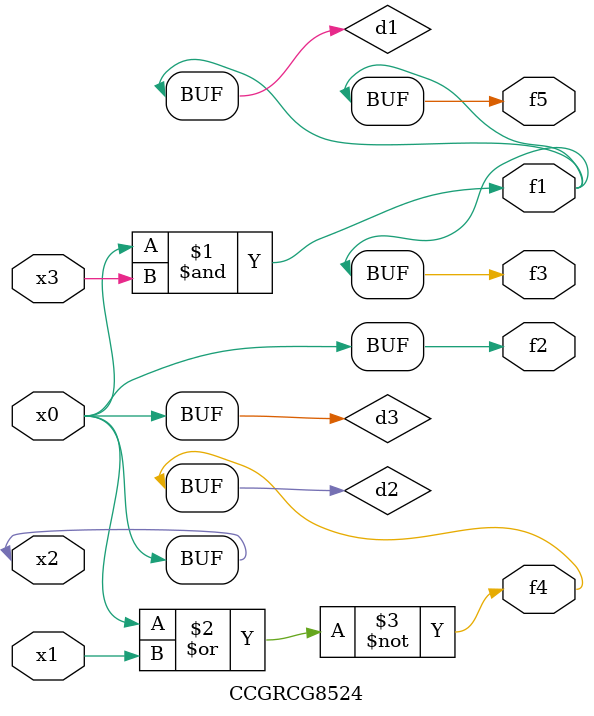
<source format=v>
module CCGRCG8524(
	input x0, x1, x2, x3,
	output f1, f2, f3, f4, f5
);

	wire d1, d2, d3;

	and (d1, x2, x3);
	nor (d2, x0, x1);
	buf (d3, x0, x2);
	assign f1 = d1;
	assign f2 = d3;
	assign f3 = d1;
	assign f4 = d2;
	assign f5 = d1;
endmodule

</source>
